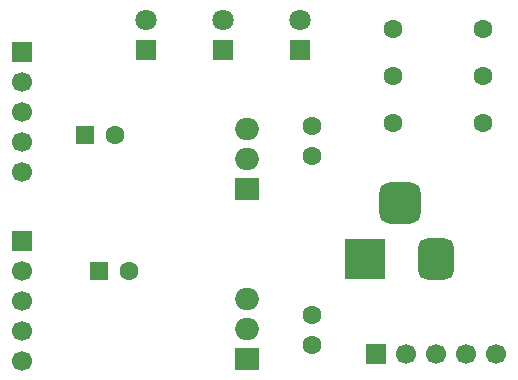
<source format=gbr>
%TF.GenerationSoftware,KiCad,Pcbnew,9.0.7*%
%TF.CreationDate,2026-02-04T23:41:12-06:00*%
%TF.ProjectId,Power,506f7765-722e-46b6-9963-61645f706362,rev?*%
%TF.SameCoordinates,Original*%
%TF.FileFunction,Soldermask,Bot*%
%TF.FilePolarity,Negative*%
%FSLAX46Y46*%
G04 Gerber Fmt 4.6, Leading zero omitted, Abs format (unit mm)*
G04 Created by KiCad (PCBNEW 9.0.7) date 2026-02-04 23:41:12*
%MOMM*%
%LPD*%
G01*
G04 APERTURE LIST*
G04 Aperture macros list*
%AMRoundRect*
0 Rectangle with rounded corners*
0 $1 Rounding radius*
0 $2 $3 $4 $5 $6 $7 $8 $9 X,Y pos of 4 corners*
0 Add a 4 corners polygon primitive as box body*
4,1,4,$2,$3,$4,$5,$6,$7,$8,$9,$2,$3,0*
0 Add four circle primitives for the rounded corners*
1,1,$1+$1,$2,$3*
1,1,$1+$1,$4,$5*
1,1,$1+$1,$6,$7*
1,1,$1+$1,$8,$9*
0 Add four rect primitives between the rounded corners*
20,1,$1+$1,$2,$3,$4,$5,0*
20,1,$1+$1,$4,$5,$6,$7,0*
20,1,$1+$1,$6,$7,$8,$9,0*
20,1,$1+$1,$8,$9,$2,$3,0*%
G04 Aperture macros list end*
%ADD10C,1.600000*%
%ADD11R,1.700000X1.700000*%
%ADD12C,1.700000*%
%ADD13R,1.800000X1.800000*%
%ADD14C,1.800000*%
%ADD15RoundRect,0.250000X-0.550000X-0.550000X0.550000X-0.550000X0.550000X0.550000X-0.550000X0.550000X0*%
%ADD16R,3.500000X3.500000*%
%ADD17RoundRect,0.750000X0.750000X1.000000X-0.750000X1.000000X-0.750000X-1.000000X0.750000X-1.000000X0*%
%ADD18RoundRect,0.875000X0.875000X0.875000X-0.875000X0.875000X-0.875000X-0.875000X0.875000X-0.875000X0*%
%ADD19R,2.000000X1.905000*%
%ADD20O,2.000000X1.905000*%
G04 APERTURE END LIST*
D10*
%TO.C,R3*%
X204880000Y-82500000D03*
X212500000Y-82500000D03*
%TD*%
D11*
%TO.C,J3*%
X203460000Y-110000000D03*
D12*
X206000000Y-110000000D03*
X208540000Y-110000000D03*
X211080000Y-110000000D03*
X213620000Y-110000000D03*
%TD*%
D10*
%TO.C,R2*%
X204880000Y-86500000D03*
X212500000Y-86500000D03*
%TD*%
D11*
%TO.C,J1*%
X173500000Y-100460000D03*
D12*
X173500000Y-103000000D03*
X173500000Y-105540000D03*
X173500000Y-108080000D03*
X173500000Y-110620000D03*
%TD*%
D13*
%TO.C,D1*%
X184000000Y-84275000D03*
D14*
X184000000Y-81735000D03*
%TD*%
D13*
%TO.C,D3*%
X197000000Y-84275000D03*
D14*
X197000000Y-81735000D03*
%TD*%
D15*
%TO.C,C4*%
X180000000Y-103000000D03*
D10*
X182500000Y-103000000D03*
%TD*%
D16*
%TO.C,J4*%
X202500000Y-101957500D03*
D17*
X208500000Y-101957500D03*
D18*
X205500000Y-97257500D03*
%TD*%
D10*
%TO.C,C2*%
X198000000Y-106750000D03*
X198000000Y-109250000D03*
%TD*%
D19*
%TO.C,U3*%
X192500000Y-110450000D03*
D20*
X192500000Y-107910000D03*
X192500000Y-105370000D03*
%TD*%
D13*
%TO.C,D2*%
X190500000Y-84275000D03*
D14*
X190500000Y-81735000D03*
%TD*%
D10*
%TO.C,R1*%
X204880000Y-90500000D03*
X212500000Y-90500000D03*
%TD*%
D11*
%TO.C,J2*%
X173500000Y-84500000D03*
D12*
X173500000Y-87040000D03*
X173500000Y-89580000D03*
X173500000Y-92120000D03*
X173500000Y-94660000D03*
%TD*%
D19*
%TO.C,U1*%
X192500000Y-96080000D03*
D20*
X192500000Y-93540000D03*
X192500000Y-91000000D03*
%TD*%
D15*
%TO.C,C3*%
X178817621Y-91500000D03*
D10*
X181317621Y-91500000D03*
%TD*%
%TO.C,C1*%
X198000000Y-90750000D03*
X198000000Y-93250000D03*
%TD*%
M02*

</source>
